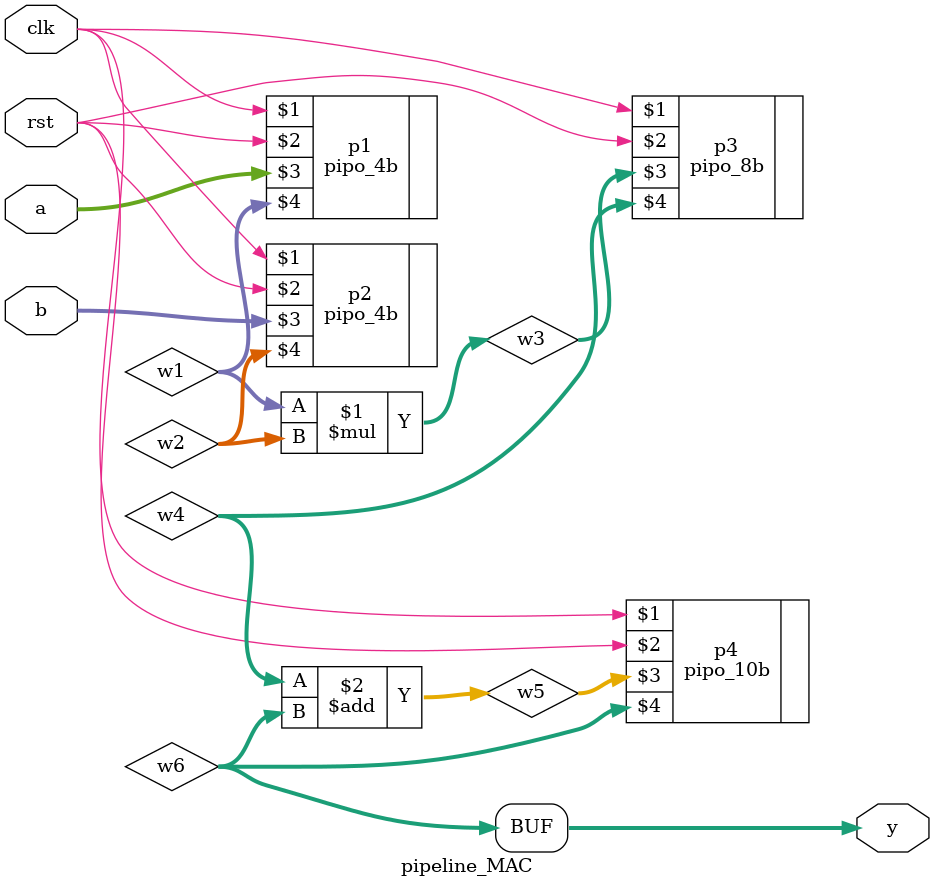
<source format=v>

module pipeline_MAC(input clk, rst, input[3:0] a,b, output[9:0]y);

wire[3:0]w1,w2;
wire[7:0]w3,w4;
wire[9:0]w5,w6;

pipo_4b p1(clk, rst, a, w1);
pipo_4b p2(clk, rst, b, w2);

assign w3=w1*w2;

pipo_8b p3(clk, rst, w3, w4);

assign w5=w4+w6;

pipo_10b p4(clk, rst, w5, w6);

assign y=w6;
endmodule
</source>
